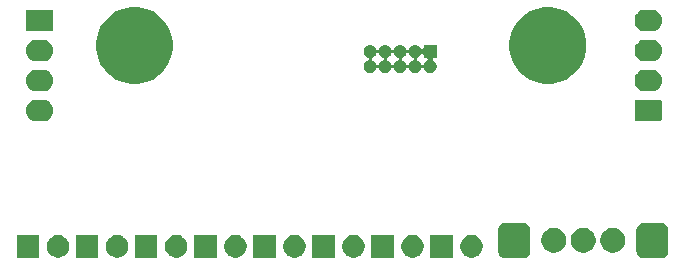
<source format=gbr>
G04 #@! TF.GenerationSoftware,KiCad,Pcbnew,(5.1.5)-3*
G04 #@! TF.CreationDate,2020-03-01T19:25:43+00:00*
G04 #@! TF.ProjectId,pwmfan,70776d66-616e-42e6-9b69-6361645f7063,rev?*
G04 #@! TF.SameCoordinates,Original*
G04 #@! TF.FileFunction,Soldermask,Bot*
G04 #@! TF.FilePolarity,Negative*
%FSLAX46Y46*%
G04 Gerber Fmt 4.6, Leading zero omitted, Abs format (unit mm)*
G04 Created by KiCad (PCBNEW (5.1.5)-3) date 2020-03-01 19:25:43*
%MOMM*%
%LPD*%
G04 APERTURE LIST*
%ADD10C,0.100000*%
G04 APERTURE END LIST*
D10*
G36*
X107207473Y-70011371D02*
G01*
X107322353Y-70046220D01*
X107428228Y-70102811D01*
X107521029Y-70178971D01*
X107597189Y-70271772D01*
X107653780Y-70377647D01*
X107688629Y-70492527D01*
X107701000Y-70618140D01*
X107701000Y-72381860D01*
X107688629Y-72507473D01*
X107653780Y-72622353D01*
X107597189Y-72728228D01*
X107521029Y-72821029D01*
X107428228Y-72897189D01*
X107322353Y-72953780D01*
X107207473Y-72988629D01*
X107081860Y-73001000D01*
X105618140Y-73001000D01*
X105492527Y-72988629D01*
X105377647Y-72953780D01*
X105271772Y-72897189D01*
X105178971Y-72821029D01*
X105102811Y-72728228D01*
X105046220Y-72622353D01*
X105011371Y-72507473D01*
X104999000Y-72381860D01*
X104999000Y-70618140D01*
X105011371Y-70492527D01*
X105046220Y-70377647D01*
X105102811Y-70271772D01*
X105178971Y-70178971D01*
X105271772Y-70102811D01*
X105377647Y-70046220D01*
X105492527Y-70011371D01*
X105618140Y-69999000D01*
X107081860Y-69999000D01*
X107207473Y-70011371D01*
G37*
G36*
X95507473Y-70011371D02*
G01*
X95622353Y-70046220D01*
X95728228Y-70102811D01*
X95821029Y-70178971D01*
X95897189Y-70271772D01*
X95953780Y-70377647D01*
X95988629Y-70492527D01*
X96001000Y-70618140D01*
X96001000Y-72381860D01*
X95988629Y-72507473D01*
X95953780Y-72622353D01*
X95897189Y-72728228D01*
X95821029Y-72821029D01*
X95728228Y-72897189D01*
X95622353Y-72953780D01*
X95507473Y-72988629D01*
X95381860Y-73001000D01*
X93918140Y-73001000D01*
X93792527Y-72988629D01*
X93677647Y-72953780D01*
X93571772Y-72897189D01*
X93478971Y-72821029D01*
X93402811Y-72728228D01*
X93346220Y-72622353D01*
X93311371Y-72507473D01*
X93299000Y-72381860D01*
X93299000Y-70618140D01*
X93311371Y-70492527D01*
X93346220Y-70377647D01*
X93402811Y-70271772D01*
X93478971Y-70178971D01*
X93571772Y-70102811D01*
X93677647Y-70046220D01*
X93792527Y-70011371D01*
X93918140Y-69999000D01*
X95381860Y-69999000D01*
X95507473Y-70011371D01*
G37*
G36*
X64451000Y-72951000D02*
G01*
X62549000Y-72951000D01*
X62549000Y-71049000D01*
X64451000Y-71049000D01*
X64451000Y-72951000D01*
G37*
G36*
X54451000Y-72951000D02*
G01*
X52549000Y-72951000D01*
X52549000Y-71049000D01*
X54451000Y-71049000D01*
X54451000Y-72951000D01*
G37*
G36*
X59451000Y-72951000D02*
G01*
X57549000Y-72951000D01*
X57549000Y-71049000D01*
X59451000Y-71049000D01*
X59451000Y-72951000D01*
G37*
G36*
X76317395Y-71085546D02*
G01*
X76490466Y-71157234D01*
X76544646Y-71193436D01*
X76646227Y-71261310D01*
X76778690Y-71393773D01*
X76831081Y-71472182D01*
X76882766Y-71549534D01*
X76954454Y-71722605D01*
X76991000Y-71906333D01*
X76991000Y-72093667D01*
X76954454Y-72277395D01*
X76882766Y-72450466D01*
X76882765Y-72450467D01*
X76778690Y-72606227D01*
X76646227Y-72738690D01*
X76567818Y-72791081D01*
X76490466Y-72842766D01*
X76317395Y-72914454D01*
X76133667Y-72951000D01*
X75946333Y-72951000D01*
X75762605Y-72914454D01*
X75589534Y-72842766D01*
X75512182Y-72791081D01*
X75433773Y-72738690D01*
X75301310Y-72606227D01*
X75197235Y-72450467D01*
X75197234Y-72450466D01*
X75125546Y-72277395D01*
X75089000Y-72093667D01*
X75089000Y-71906333D01*
X75125546Y-71722605D01*
X75197234Y-71549534D01*
X75248919Y-71472182D01*
X75301310Y-71393773D01*
X75433773Y-71261310D01*
X75535354Y-71193436D01*
X75589534Y-71157234D01*
X75762605Y-71085546D01*
X75946333Y-71049000D01*
X76133667Y-71049000D01*
X76317395Y-71085546D01*
G37*
G36*
X56317395Y-71085546D02*
G01*
X56490466Y-71157234D01*
X56544646Y-71193436D01*
X56646227Y-71261310D01*
X56778690Y-71393773D01*
X56831081Y-71472182D01*
X56882766Y-71549534D01*
X56954454Y-71722605D01*
X56991000Y-71906333D01*
X56991000Y-72093667D01*
X56954454Y-72277395D01*
X56882766Y-72450466D01*
X56882765Y-72450467D01*
X56778690Y-72606227D01*
X56646227Y-72738690D01*
X56567818Y-72791081D01*
X56490466Y-72842766D01*
X56317395Y-72914454D01*
X56133667Y-72951000D01*
X55946333Y-72951000D01*
X55762605Y-72914454D01*
X55589534Y-72842766D01*
X55512182Y-72791081D01*
X55433773Y-72738690D01*
X55301310Y-72606227D01*
X55197235Y-72450467D01*
X55197234Y-72450466D01*
X55125546Y-72277395D01*
X55089000Y-72093667D01*
X55089000Y-71906333D01*
X55125546Y-71722605D01*
X55197234Y-71549534D01*
X55248919Y-71472182D01*
X55301310Y-71393773D01*
X55433773Y-71261310D01*
X55535354Y-71193436D01*
X55589534Y-71157234D01*
X55762605Y-71085546D01*
X55946333Y-71049000D01*
X56133667Y-71049000D01*
X56317395Y-71085546D01*
G37*
G36*
X91317395Y-71085546D02*
G01*
X91490466Y-71157234D01*
X91544646Y-71193436D01*
X91646227Y-71261310D01*
X91778690Y-71393773D01*
X91831081Y-71472182D01*
X91882766Y-71549534D01*
X91954454Y-71722605D01*
X91991000Y-71906333D01*
X91991000Y-72093667D01*
X91954454Y-72277395D01*
X91882766Y-72450466D01*
X91882765Y-72450467D01*
X91778690Y-72606227D01*
X91646227Y-72738690D01*
X91567818Y-72791081D01*
X91490466Y-72842766D01*
X91317395Y-72914454D01*
X91133667Y-72951000D01*
X90946333Y-72951000D01*
X90762605Y-72914454D01*
X90589534Y-72842766D01*
X90512182Y-72791081D01*
X90433773Y-72738690D01*
X90301310Y-72606227D01*
X90197235Y-72450467D01*
X90197234Y-72450466D01*
X90125546Y-72277395D01*
X90089000Y-72093667D01*
X90089000Y-71906333D01*
X90125546Y-71722605D01*
X90197234Y-71549534D01*
X90248919Y-71472182D01*
X90301310Y-71393773D01*
X90433773Y-71261310D01*
X90535354Y-71193436D01*
X90589534Y-71157234D01*
X90762605Y-71085546D01*
X90946333Y-71049000D01*
X91133667Y-71049000D01*
X91317395Y-71085546D01*
G37*
G36*
X89451000Y-72951000D02*
G01*
X87549000Y-72951000D01*
X87549000Y-71049000D01*
X89451000Y-71049000D01*
X89451000Y-72951000D01*
G37*
G36*
X79451000Y-72951000D02*
G01*
X77549000Y-72951000D01*
X77549000Y-71049000D01*
X79451000Y-71049000D01*
X79451000Y-72951000D01*
G37*
G36*
X61317395Y-71085546D02*
G01*
X61490466Y-71157234D01*
X61544646Y-71193436D01*
X61646227Y-71261310D01*
X61778690Y-71393773D01*
X61831081Y-71472182D01*
X61882766Y-71549534D01*
X61954454Y-71722605D01*
X61991000Y-71906333D01*
X61991000Y-72093667D01*
X61954454Y-72277395D01*
X61882766Y-72450466D01*
X61882765Y-72450467D01*
X61778690Y-72606227D01*
X61646227Y-72738690D01*
X61567818Y-72791081D01*
X61490466Y-72842766D01*
X61317395Y-72914454D01*
X61133667Y-72951000D01*
X60946333Y-72951000D01*
X60762605Y-72914454D01*
X60589534Y-72842766D01*
X60512182Y-72791081D01*
X60433773Y-72738690D01*
X60301310Y-72606227D01*
X60197235Y-72450467D01*
X60197234Y-72450466D01*
X60125546Y-72277395D01*
X60089000Y-72093667D01*
X60089000Y-71906333D01*
X60125546Y-71722605D01*
X60197234Y-71549534D01*
X60248919Y-71472182D01*
X60301310Y-71393773D01*
X60433773Y-71261310D01*
X60535354Y-71193436D01*
X60589534Y-71157234D01*
X60762605Y-71085546D01*
X60946333Y-71049000D01*
X61133667Y-71049000D01*
X61317395Y-71085546D01*
G37*
G36*
X81317395Y-71085546D02*
G01*
X81490466Y-71157234D01*
X81544646Y-71193436D01*
X81646227Y-71261310D01*
X81778690Y-71393773D01*
X81831081Y-71472182D01*
X81882766Y-71549534D01*
X81954454Y-71722605D01*
X81991000Y-71906333D01*
X81991000Y-72093667D01*
X81954454Y-72277395D01*
X81882766Y-72450466D01*
X81882765Y-72450467D01*
X81778690Y-72606227D01*
X81646227Y-72738690D01*
X81567818Y-72791081D01*
X81490466Y-72842766D01*
X81317395Y-72914454D01*
X81133667Y-72951000D01*
X80946333Y-72951000D01*
X80762605Y-72914454D01*
X80589534Y-72842766D01*
X80512182Y-72791081D01*
X80433773Y-72738690D01*
X80301310Y-72606227D01*
X80197235Y-72450467D01*
X80197234Y-72450466D01*
X80125546Y-72277395D01*
X80089000Y-72093667D01*
X80089000Y-71906333D01*
X80125546Y-71722605D01*
X80197234Y-71549534D01*
X80248919Y-71472182D01*
X80301310Y-71393773D01*
X80433773Y-71261310D01*
X80535354Y-71193436D01*
X80589534Y-71157234D01*
X80762605Y-71085546D01*
X80946333Y-71049000D01*
X81133667Y-71049000D01*
X81317395Y-71085546D01*
G37*
G36*
X86317395Y-71085546D02*
G01*
X86490466Y-71157234D01*
X86544646Y-71193436D01*
X86646227Y-71261310D01*
X86778690Y-71393773D01*
X86831081Y-71472182D01*
X86882766Y-71549534D01*
X86954454Y-71722605D01*
X86991000Y-71906333D01*
X86991000Y-72093667D01*
X86954454Y-72277395D01*
X86882766Y-72450466D01*
X86882765Y-72450467D01*
X86778690Y-72606227D01*
X86646227Y-72738690D01*
X86567818Y-72791081D01*
X86490466Y-72842766D01*
X86317395Y-72914454D01*
X86133667Y-72951000D01*
X85946333Y-72951000D01*
X85762605Y-72914454D01*
X85589534Y-72842766D01*
X85512182Y-72791081D01*
X85433773Y-72738690D01*
X85301310Y-72606227D01*
X85197235Y-72450467D01*
X85197234Y-72450466D01*
X85125546Y-72277395D01*
X85089000Y-72093667D01*
X85089000Y-71906333D01*
X85125546Y-71722605D01*
X85197234Y-71549534D01*
X85248919Y-71472182D01*
X85301310Y-71393773D01*
X85433773Y-71261310D01*
X85535354Y-71193436D01*
X85589534Y-71157234D01*
X85762605Y-71085546D01*
X85946333Y-71049000D01*
X86133667Y-71049000D01*
X86317395Y-71085546D01*
G37*
G36*
X84451000Y-72951000D02*
G01*
X82549000Y-72951000D01*
X82549000Y-71049000D01*
X84451000Y-71049000D01*
X84451000Y-72951000D01*
G37*
G36*
X74451000Y-72951000D02*
G01*
X72549000Y-72951000D01*
X72549000Y-71049000D01*
X74451000Y-71049000D01*
X74451000Y-72951000D01*
G37*
G36*
X71317395Y-71085546D02*
G01*
X71490466Y-71157234D01*
X71544646Y-71193436D01*
X71646227Y-71261310D01*
X71778690Y-71393773D01*
X71831081Y-71472182D01*
X71882766Y-71549534D01*
X71954454Y-71722605D01*
X71991000Y-71906333D01*
X71991000Y-72093667D01*
X71954454Y-72277395D01*
X71882766Y-72450466D01*
X71882765Y-72450467D01*
X71778690Y-72606227D01*
X71646227Y-72738690D01*
X71567818Y-72791081D01*
X71490466Y-72842766D01*
X71317395Y-72914454D01*
X71133667Y-72951000D01*
X70946333Y-72951000D01*
X70762605Y-72914454D01*
X70589534Y-72842766D01*
X70512182Y-72791081D01*
X70433773Y-72738690D01*
X70301310Y-72606227D01*
X70197235Y-72450467D01*
X70197234Y-72450466D01*
X70125546Y-72277395D01*
X70089000Y-72093667D01*
X70089000Y-71906333D01*
X70125546Y-71722605D01*
X70197234Y-71549534D01*
X70248919Y-71472182D01*
X70301310Y-71393773D01*
X70433773Y-71261310D01*
X70535354Y-71193436D01*
X70589534Y-71157234D01*
X70762605Y-71085546D01*
X70946333Y-71049000D01*
X71133667Y-71049000D01*
X71317395Y-71085546D01*
G37*
G36*
X69451000Y-72951000D02*
G01*
X67549000Y-72951000D01*
X67549000Y-71049000D01*
X69451000Y-71049000D01*
X69451000Y-72951000D01*
G37*
G36*
X66317395Y-71085546D02*
G01*
X66490466Y-71157234D01*
X66544646Y-71193436D01*
X66646227Y-71261310D01*
X66778690Y-71393773D01*
X66831081Y-71472182D01*
X66882766Y-71549534D01*
X66954454Y-71722605D01*
X66991000Y-71906333D01*
X66991000Y-72093667D01*
X66954454Y-72277395D01*
X66882766Y-72450466D01*
X66882765Y-72450467D01*
X66778690Y-72606227D01*
X66646227Y-72738690D01*
X66567818Y-72791081D01*
X66490466Y-72842766D01*
X66317395Y-72914454D01*
X66133667Y-72951000D01*
X65946333Y-72951000D01*
X65762605Y-72914454D01*
X65589534Y-72842766D01*
X65512182Y-72791081D01*
X65433773Y-72738690D01*
X65301310Y-72606227D01*
X65197235Y-72450467D01*
X65197234Y-72450466D01*
X65125546Y-72277395D01*
X65089000Y-72093667D01*
X65089000Y-71906333D01*
X65125546Y-71722605D01*
X65197234Y-71549534D01*
X65248919Y-71472182D01*
X65301310Y-71393773D01*
X65433773Y-71261310D01*
X65535354Y-71193436D01*
X65589534Y-71157234D01*
X65762605Y-71085546D01*
X65946333Y-71049000D01*
X66133667Y-71049000D01*
X66317395Y-71085546D01*
G37*
G36*
X103306564Y-70489389D02*
G01*
X103497833Y-70568615D01*
X103497835Y-70568616D01*
X103669973Y-70683635D01*
X103816365Y-70830027D01*
X103931385Y-71002167D01*
X104010611Y-71193436D01*
X104051000Y-71396484D01*
X104051000Y-71603516D01*
X104010611Y-71806564D01*
X103931385Y-71997833D01*
X103931384Y-71997835D01*
X103816365Y-72169973D01*
X103669973Y-72316365D01*
X103497835Y-72431384D01*
X103497834Y-72431385D01*
X103497833Y-72431385D01*
X103306564Y-72510611D01*
X103103516Y-72551000D01*
X102896484Y-72551000D01*
X102693436Y-72510611D01*
X102502167Y-72431385D01*
X102502166Y-72431385D01*
X102502165Y-72431384D01*
X102330027Y-72316365D01*
X102183635Y-72169973D01*
X102068616Y-71997835D01*
X102068615Y-71997833D01*
X101989389Y-71806564D01*
X101949000Y-71603516D01*
X101949000Y-71396484D01*
X101989389Y-71193436D01*
X102068615Y-71002167D01*
X102183635Y-70830027D01*
X102330027Y-70683635D01*
X102502165Y-70568616D01*
X102502167Y-70568615D01*
X102693436Y-70489389D01*
X102896484Y-70449000D01*
X103103516Y-70449000D01*
X103306564Y-70489389D01*
G37*
G36*
X100806564Y-70489389D02*
G01*
X100997833Y-70568615D01*
X100997835Y-70568616D01*
X101169973Y-70683635D01*
X101316365Y-70830027D01*
X101431385Y-71002167D01*
X101510611Y-71193436D01*
X101551000Y-71396484D01*
X101551000Y-71603516D01*
X101510611Y-71806564D01*
X101431385Y-71997833D01*
X101431384Y-71997835D01*
X101316365Y-72169973D01*
X101169973Y-72316365D01*
X100997835Y-72431384D01*
X100997834Y-72431385D01*
X100997833Y-72431385D01*
X100806564Y-72510611D01*
X100603516Y-72551000D01*
X100396484Y-72551000D01*
X100193436Y-72510611D01*
X100002167Y-72431385D01*
X100002166Y-72431385D01*
X100002165Y-72431384D01*
X99830027Y-72316365D01*
X99683635Y-72169973D01*
X99568616Y-71997835D01*
X99568615Y-71997833D01*
X99489389Y-71806564D01*
X99449000Y-71603516D01*
X99449000Y-71396484D01*
X99489389Y-71193436D01*
X99568615Y-71002167D01*
X99683635Y-70830027D01*
X99830027Y-70683635D01*
X100002165Y-70568616D01*
X100002167Y-70568615D01*
X100193436Y-70489389D01*
X100396484Y-70449000D01*
X100603516Y-70449000D01*
X100806564Y-70489389D01*
G37*
G36*
X98306564Y-70489389D02*
G01*
X98497833Y-70568615D01*
X98497835Y-70568616D01*
X98669973Y-70683635D01*
X98816365Y-70830027D01*
X98931385Y-71002167D01*
X99010611Y-71193436D01*
X99051000Y-71396484D01*
X99051000Y-71603516D01*
X99010611Y-71806564D01*
X98931385Y-71997833D01*
X98931384Y-71997835D01*
X98816365Y-72169973D01*
X98669973Y-72316365D01*
X98497835Y-72431384D01*
X98497834Y-72431385D01*
X98497833Y-72431385D01*
X98306564Y-72510611D01*
X98103516Y-72551000D01*
X97896484Y-72551000D01*
X97693436Y-72510611D01*
X97502167Y-72431385D01*
X97502166Y-72431385D01*
X97502165Y-72431384D01*
X97330027Y-72316365D01*
X97183635Y-72169973D01*
X97068616Y-71997835D01*
X97068615Y-71997833D01*
X96989389Y-71806564D01*
X96949000Y-71603516D01*
X96949000Y-71396484D01*
X96989389Y-71193436D01*
X97068615Y-71002167D01*
X97183635Y-70830027D01*
X97330027Y-70683635D01*
X97502165Y-70568616D01*
X97502167Y-70568615D01*
X97693436Y-70489389D01*
X97896484Y-70449000D01*
X98103516Y-70449000D01*
X98306564Y-70489389D01*
G37*
G36*
X107009561Y-59582966D02*
G01*
X107042383Y-59592923D01*
X107072632Y-59609092D01*
X107099148Y-59630852D01*
X107120908Y-59657368D01*
X107137077Y-59687617D01*
X107147034Y-59720439D01*
X107151000Y-59760713D01*
X107151000Y-61239287D01*
X107147034Y-61279561D01*
X107137077Y-61312383D01*
X107120908Y-61342632D01*
X107099148Y-61369148D01*
X107072632Y-61390908D01*
X107042383Y-61407077D01*
X107009561Y-61417034D01*
X106969287Y-61421000D01*
X105030713Y-61421000D01*
X104990439Y-61417034D01*
X104957617Y-61407077D01*
X104927368Y-61390908D01*
X104900852Y-61369148D01*
X104879092Y-61342632D01*
X104862923Y-61312383D01*
X104852966Y-61279561D01*
X104849000Y-61239287D01*
X104849000Y-59760713D01*
X104852966Y-59720439D01*
X104862923Y-59687617D01*
X104879092Y-59657368D01*
X104900852Y-59630852D01*
X104927368Y-59609092D01*
X104957617Y-59592923D01*
X104990439Y-59582966D01*
X105030713Y-59579000D01*
X106969287Y-59579000D01*
X107009561Y-59582966D01*
G37*
G36*
X54790512Y-59582966D02*
G01*
X54885548Y-59592326D01*
X55059157Y-59644990D01*
X55219156Y-59730511D01*
X55233612Y-59742375D01*
X55359397Y-59845603D01*
X55438729Y-59942271D01*
X55474489Y-59985844D01*
X55560010Y-60145843D01*
X55612674Y-60319452D01*
X55630456Y-60500000D01*
X55612674Y-60680548D01*
X55560010Y-60854157D01*
X55474489Y-61014156D01*
X55438729Y-61057729D01*
X55359397Y-61154397D01*
X55262729Y-61233729D01*
X55219156Y-61269489D01*
X55059157Y-61355010D01*
X54885548Y-61407674D01*
X54801874Y-61415915D01*
X54750245Y-61421000D01*
X54199755Y-61421000D01*
X54148126Y-61415915D01*
X54064452Y-61407674D01*
X53890843Y-61355010D01*
X53730844Y-61269489D01*
X53687271Y-61233729D01*
X53590603Y-61154397D01*
X53511271Y-61057729D01*
X53475511Y-61014156D01*
X53389990Y-60854157D01*
X53337326Y-60680548D01*
X53319544Y-60500000D01*
X53337326Y-60319452D01*
X53389990Y-60145843D01*
X53475511Y-59985844D01*
X53511271Y-59942271D01*
X53590603Y-59845603D01*
X53716388Y-59742375D01*
X53730844Y-59730511D01*
X53890843Y-59644990D01*
X54064452Y-59592326D01*
X54159488Y-59582966D01*
X54199755Y-59579000D01*
X54750245Y-59579000D01*
X54790512Y-59582966D01*
G37*
G36*
X54795345Y-57043442D02*
G01*
X54885548Y-57052326D01*
X55059157Y-57104990D01*
X55219156Y-57190511D01*
X55228270Y-57197991D01*
X55359397Y-57305603D01*
X55438729Y-57402271D01*
X55474489Y-57445844D01*
X55560010Y-57605843D01*
X55612674Y-57779452D01*
X55630456Y-57960000D01*
X55612674Y-58140548D01*
X55560010Y-58314157D01*
X55474489Y-58474156D01*
X55438729Y-58517729D01*
X55359397Y-58614397D01*
X55262729Y-58693729D01*
X55219156Y-58729489D01*
X55059157Y-58815010D01*
X54885548Y-58867674D01*
X54795345Y-58876558D01*
X54750245Y-58881000D01*
X54199755Y-58881000D01*
X54154655Y-58876558D01*
X54064452Y-58867674D01*
X53890843Y-58815010D01*
X53730844Y-58729489D01*
X53687271Y-58693729D01*
X53590603Y-58614397D01*
X53511271Y-58517729D01*
X53475511Y-58474156D01*
X53389990Y-58314157D01*
X53337326Y-58140548D01*
X53319544Y-57960000D01*
X53337326Y-57779452D01*
X53389990Y-57605843D01*
X53475511Y-57445844D01*
X53511271Y-57402271D01*
X53590603Y-57305603D01*
X53721730Y-57197991D01*
X53730844Y-57190511D01*
X53890843Y-57104990D01*
X54064452Y-57052326D01*
X54154655Y-57043442D01*
X54199755Y-57039000D01*
X54750245Y-57039000D01*
X54795345Y-57043442D01*
G37*
G36*
X106320345Y-57043442D02*
G01*
X106410548Y-57052326D01*
X106584157Y-57104990D01*
X106744156Y-57190511D01*
X106753270Y-57197991D01*
X106884397Y-57305603D01*
X106963729Y-57402271D01*
X106999489Y-57445844D01*
X107085010Y-57605843D01*
X107137674Y-57779452D01*
X107155456Y-57960000D01*
X107137674Y-58140548D01*
X107085010Y-58314157D01*
X106999489Y-58474156D01*
X106963729Y-58517729D01*
X106884397Y-58614397D01*
X106787729Y-58693729D01*
X106744156Y-58729489D01*
X106584157Y-58815010D01*
X106410548Y-58867674D01*
X106320345Y-58876558D01*
X106275245Y-58881000D01*
X105724755Y-58881000D01*
X105679655Y-58876558D01*
X105589452Y-58867674D01*
X105415843Y-58815010D01*
X105255844Y-58729489D01*
X105212271Y-58693729D01*
X105115603Y-58614397D01*
X105036271Y-58517729D01*
X105000511Y-58474156D01*
X104914990Y-58314157D01*
X104862326Y-58140548D01*
X104844544Y-57960000D01*
X104862326Y-57779452D01*
X104914990Y-57605843D01*
X105000511Y-57445844D01*
X105036271Y-57402271D01*
X105115603Y-57305603D01*
X105246730Y-57197991D01*
X105255844Y-57190511D01*
X105415843Y-57104990D01*
X105589452Y-57052326D01*
X105679655Y-57043442D01*
X105724755Y-57039000D01*
X106275245Y-57039000D01*
X106320345Y-57043442D01*
G37*
G36*
X98134239Y-51811467D02*
G01*
X98448282Y-51873934D01*
X99039926Y-52119001D01*
X99572392Y-52474784D01*
X100025216Y-52927608D01*
X100380999Y-53460074D01*
X100520572Y-53797034D01*
X100626066Y-54051719D01*
X100751000Y-54679803D01*
X100751000Y-55320197D01*
X100747204Y-55339279D01*
X100626066Y-55948282D01*
X100380999Y-56539926D01*
X100025216Y-57072392D01*
X99572392Y-57525216D01*
X99039926Y-57880999D01*
X98448282Y-58126066D01*
X98134239Y-58188533D01*
X97820197Y-58251000D01*
X97179803Y-58251000D01*
X96865761Y-58188533D01*
X96551718Y-58126066D01*
X95960074Y-57880999D01*
X95427608Y-57525216D01*
X94974784Y-57072392D01*
X94619001Y-56539926D01*
X94373934Y-55948282D01*
X94252796Y-55339279D01*
X94249000Y-55320197D01*
X94249000Y-54679803D01*
X94373934Y-54051719D01*
X94479428Y-53797034D01*
X94619001Y-53460074D01*
X94974784Y-52927608D01*
X95427608Y-52474784D01*
X95960074Y-52119001D01*
X96551718Y-51873934D01*
X96865761Y-51811467D01*
X97179803Y-51749000D01*
X97820197Y-51749000D01*
X98134239Y-51811467D01*
G37*
G36*
X63134239Y-51811467D02*
G01*
X63448282Y-51873934D01*
X64039926Y-52119001D01*
X64572392Y-52474784D01*
X65025216Y-52927608D01*
X65380999Y-53460074D01*
X65520572Y-53797034D01*
X65626066Y-54051719D01*
X65751000Y-54679803D01*
X65751000Y-55320197D01*
X65747204Y-55339279D01*
X65626066Y-55948282D01*
X65380999Y-56539926D01*
X65025216Y-57072392D01*
X64572392Y-57525216D01*
X64039926Y-57880999D01*
X63448282Y-58126066D01*
X63134239Y-58188533D01*
X62820197Y-58251000D01*
X62179803Y-58251000D01*
X61865761Y-58188533D01*
X61551718Y-58126066D01*
X60960074Y-57880999D01*
X60427608Y-57525216D01*
X59974784Y-57072392D01*
X59619001Y-56539926D01*
X59373934Y-55948282D01*
X59252796Y-55339279D01*
X59249000Y-55320197D01*
X59249000Y-54679803D01*
X59373934Y-54051719D01*
X59479428Y-53797034D01*
X59619001Y-53460074D01*
X59974784Y-52927608D01*
X60427608Y-52474784D01*
X60960074Y-52119001D01*
X61551718Y-51873934D01*
X61865761Y-51811467D01*
X62179803Y-51749000D01*
X62820197Y-51749000D01*
X63134239Y-51811467D01*
G37*
G36*
X82620721Y-54970174D02*
G01*
X82720995Y-55011709D01*
X82720996Y-55011710D01*
X82811242Y-55072010D01*
X82887990Y-55148758D01*
X82887991Y-55148760D01*
X82948291Y-55239005D01*
X82979516Y-55314389D01*
X82991067Y-55336000D01*
X83006612Y-55354941D01*
X83025554Y-55370487D01*
X83047165Y-55382038D01*
X83070614Y-55389151D01*
X83095000Y-55391553D01*
X83119386Y-55389151D01*
X83142835Y-55382038D01*
X83164446Y-55370487D01*
X83183387Y-55354942D01*
X83198933Y-55336000D01*
X83210484Y-55314389D01*
X83241709Y-55239005D01*
X83302009Y-55148760D01*
X83302010Y-55148758D01*
X83378758Y-55072010D01*
X83469004Y-55011710D01*
X83469005Y-55011709D01*
X83569279Y-54970174D01*
X83675730Y-54949000D01*
X83784270Y-54949000D01*
X83890721Y-54970174D01*
X83990995Y-55011709D01*
X83990996Y-55011710D01*
X84081242Y-55072010D01*
X84157990Y-55148758D01*
X84157991Y-55148760D01*
X84218291Y-55239005D01*
X84249516Y-55314389D01*
X84261067Y-55336000D01*
X84276612Y-55354941D01*
X84295554Y-55370487D01*
X84317165Y-55382038D01*
X84340614Y-55389151D01*
X84365000Y-55391553D01*
X84389386Y-55389151D01*
X84412835Y-55382038D01*
X84434446Y-55370487D01*
X84453387Y-55354942D01*
X84468933Y-55336000D01*
X84480484Y-55314389D01*
X84511709Y-55239005D01*
X84572009Y-55148760D01*
X84572010Y-55148758D01*
X84648758Y-55072010D01*
X84739004Y-55011710D01*
X84739005Y-55011709D01*
X84839279Y-54970174D01*
X84945730Y-54949000D01*
X85054270Y-54949000D01*
X85160721Y-54970174D01*
X85260995Y-55011709D01*
X85260996Y-55011710D01*
X85351242Y-55072010D01*
X85427990Y-55148758D01*
X85427991Y-55148760D01*
X85488291Y-55239005D01*
X85519516Y-55314389D01*
X85531067Y-55336000D01*
X85546612Y-55354941D01*
X85565554Y-55370487D01*
X85587165Y-55382038D01*
X85610614Y-55389151D01*
X85635000Y-55391553D01*
X85659386Y-55389151D01*
X85682835Y-55382038D01*
X85704446Y-55370487D01*
X85723387Y-55354942D01*
X85738933Y-55336000D01*
X85750484Y-55314389D01*
X85781709Y-55239005D01*
X85842009Y-55148760D01*
X85842010Y-55148758D01*
X85918758Y-55072010D01*
X86009004Y-55011710D01*
X86009005Y-55011709D01*
X86109279Y-54970174D01*
X86215730Y-54949000D01*
X86324270Y-54949000D01*
X86430721Y-54970174D01*
X86530995Y-55011709D01*
X86530996Y-55011710D01*
X86621242Y-55072010D01*
X86697990Y-55148758D01*
X86697991Y-55148760D01*
X86760068Y-55241664D01*
X86775614Y-55260606D01*
X86794556Y-55276151D01*
X86816167Y-55287702D01*
X86839615Y-55294815D01*
X86864002Y-55297217D01*
X86888388Y-55294815D01*
X86911837Y-55287702D01*
X86933447Y-55276151D01*
X86952389Y-55260605D01*
X86967934Y-55241663D01*
X86979485Y-55220052D01*
X86986598Y-55196604D01*
X86989000Y-55172218D01*
X86989000Y-54949000D01*
X88091000Y-54949000D01*
X88091000Y-56051000D01*
X87867782Y-56051000D01*
X87843396Y-56053402D01*
X87819947Y-56060515D01*
X87798336Y-56072066D01*
X87779394Y-56087611D01*
X87763849Y-56106553D01*
X87752298Y-56128164D01*
X87745185Y-56151613D01*
X87742783Y-56175999D01*
X87745185Y-56200385D01*
X87752298Y-56223834D01*
X87763849Y-56245445D01*
X87779394Y-56264387D01*
X87798336Y-56279932D01*
X87859816Y-56321012D01*
X87891242Y-56342010D01*
X87967990Y-56418758D01*
X87967991Y-56418760D01*
X88028291Y-56509005D01*
X88069826Y-56609279D01*
X88091000Y-56715730D01*
X88091000Y-56824270D01*
X88069826Y-56930721D01*
X88028291Y-57030995D01*
X88028290Y-57030996D01*
X87967990Y-57121242D01*
X87891242Y-57197990D01*
X87845812Y-57228345D01*
X87800995Y-57258291D01*
X87700721Y-57299826D01*
X87594270Y-57321000D01*
X87485730Y-57321000D01*
X87379279Y-57299826D01*
X87279005Y-57258291D01*
X87234188Y-57228345D01*
X87188758Y-57197990D01*
X87112010Y-57121242D01*
X87051710Y-57030996D01*
X87051709Y-57030995D01*
X87020484Y-56955611D01*
X87008933Y-56934000D01*
X86993388Y-56915059D01*
X86974446Y-56899513D01*
X86952835Y-56887962D01*
X86929386Y-56880849D01*
X86905000Y-56878447D01*
X86880614Y-56880849D01*
X86857165Y-56887962D01*
X86835554Y-56899513D01*
X86816613Y-56915058D01*
X86801067Y-56934000D01*
X86789516Y-56955611D01*
X86758291Y-57030995D01*
X86758290Y-57030996D01*
X86697990Y-57121242D01*
X86621242Y-57197990D01*
X86575812Y-57228345D01*
X86530995Y-57258291D01*
X86430721Y-57299826D01*
X86324270Y-57321000D01*
X86215730Y-57321000D01*
X86109279Y-57299826D01*
X86009005Y-57258291D01*
X85964188Y-57228345D01*
X85918758Y-57197990D01*
X85842010Y-57121242D01*
X85781710Y-57030996D01*
X85781709Y-57030995D01*
X85750484Y-56955611D01*
X85738933Y-56934000D01*
X85723388Y-56915059D01*
X85704446Y-56899513D01*
X85682835Y-56887962D01*
X85659386Y-56880849D01*
X85635000Y-56878447D01*
X85610614Y-56880849D01*
X85587165Y-56887962D01*
X85565554Y-56899513D01*
X85546613Y-56915058D01*
X85531067Y-56934000D01*
X85519516Y-56955611D01*
X85488291Y-57030995D01*
X85488290Y-57030996D01*
X85427990Y-57121242D01*
X85351242Y-57197990D01*
X85305812Y-57228345D01*
X85260995Y-57258291D01*
X85160721Y-57299826D01*
X85054270Y-57321000D01*
X84945730Y-57321000D01*
X84839279Y-57299826D01*
X84739005Y-57258291D01*
X84694188Y-57228345D01*
X84648758Y-57197990D01*
X84572010Y-57121242D01*
X84511710Y-57030996D01*
X84511709Y-57030995D01*
X84480484Y-56955611D01*
X84468933Y-56934000D01*
X84453388Y-56915059D01*
X84434446Y-56899513D01*
X84412835Y-56887962D01*
X84389386Y-56880849D01*
X84365000Y-56878447D01*
X84340614Y-56880849D01*
X84317165Y-56887962D01*
X84295554Y-56899513D01*
X84276613Y-56915058D01*
X84261067Y-56934000D01*
X84249516Y-56955611D01*
X84218291Y-57030995D01*
X84218290Y-57030996D01*
X84157990Y-57121242D01*
X84081242Y-57197990D01*
X84035812Y-57228345D01*
X83990995Y-57258291D01*
X83890721Y-57299826D01*
X83784270Y-57321000D01*
X83675730Y-57321000D01*
X83569279Y-57299826D01*
X83469005Y-57258291D01*
X83424188Y-57228345D01*
X83378758Y-57197990D01*
X83302010Y-57121242D01*
X83241710Y-57030996D01*
X83241709Y-57030995D01*
X83210484Y-56955611D01*
X83198933Y-56934000D01*
X83183388Y-56915059D01*
X83164446Y-56899513D01*
X83142835Y-56887962D01*
X83119386Y-56880849D01*
X83095000Y-56878447D01*
X83070614Y-56880849D01*
X83047165Y-56887962D01*
X83025554Y-56899513D01*
X83006613Y-56915058D01*
X82991067Y-56934000D01*
X82979516Y-56955611D01*
X82948291Y-57030995D01*
X82948290Y-57030996D01*
X82887990Y-57121242D01*
X82811242Y-57197990D01*
X82765812Y-57228345D01*
X82720995Y-57258291D01*
X82620721Y-57299826D01*
X82514270Y-57321000D01*
X82405730Y-57321000D01*
X82299279Y-57299826D01*
X82199005Y-57258291D01*
X82154188Y-57228345D01*
X82108758Y-57197990D01*
X82032010Y-57121242D01*
X81971710Y-57030996D01*
X81971709Y-57030995D01*
X81930174Y-56930721D01*
X81909000Y-56824270D01*
X81909000Y-56715730D01*
X81930174Y-56609279D01*
X81971709Y-56509005D01*
X82032009Y-56418760D01*
X82032010Y-56418758D01*
X82108758Y-56342010D01*
X82199004Y-56281710D01*
X82199005Y-56281709D01*
X82274389Y-56250484D01*
X82296000Y-56238933D01*
X82314941Y-56223388D01*
X82330487Y-56204446D01*
X82342038Y-56182835D01*
X82349151Y-56159386D01*
X82351553Y-56135000D01*
X82568447Y-56135000D01*
X82570849Y-56159386D01*
X82577962Y-56182835D01*
X82589513Y-56204446D01*
X82605058Y-56223387D01*
X82624000Y-56238933D01*
X82645611Y-56250484D01*
X82720995Y-56281709D01*
X82720996Y-56281710D01*
X82811242Y-56342010D01*
X82887990Y-56418758D01*
X82887991Y-56418760D01*
X82948291Y-56509005D01*
X82979516Y-56584389D01*
X82991067Y-56606000D01*
X83006612Y-56624941D01*
X83025554Y-56640487D01*
X83047165Y-56652038D01*
X83070614Y-56659151D01*
X83095000Y-56661553D01*
X83119386Y-56659151D01*
X83142835Y-56652038D01*
X83164446Y-56640487D01*
X83183387Y-56624942D01*
X83198933Y-56606000D01*
X83210484Y-56584389D01*
X83241709Y-56509005D01*
X83302009Y-56418760D01*
X83302010Y-56418758D01*
X83378758Y-56342010D01*
X83469004Y-56281710D01*
X83469005Y-56281709D01*
X83544389Y-56250484D01*
X83566000Y-56238933D01*
X83584941Y-56223388D01*
X83600487Y-56204446D01*
X83612038Y-56182835D01*
X83619151Y-56159386D01*
X83621553Y-56135000D01*
X83838447Y-56135000D01*
X83840849Y-56159386D01*
X83847962Y-56182835D01*
X83859513Y-56204446D01*
X83875058Y-56223387D01*
X83894000Y-56238933D01*
X83915611Y-56250484D01*
X83990995Y-56281709D01*
X83990996Y-56281710D01*
X84081242Y-56342010D01*
X84157990Y-56418758D01*
X84157991Y-56418760D01*
X84218291Y-56509005D01*
X84249516Y-56584389D01*
X84261067Y-56606000D01*
X84276612Y-56624941D01*
X84295554Y-56640487D01*
X84317165Y-56652038D01*
X84340614Y-56659151D01*
X84365000Y-56661553D01*
X84389386Y-56659151D01*
X84412835Y-56652038D01*
X84434446Y-56640487D01*
X84453387Y-56624942D01*
X84468933Y-56606000D01*
X84480484Y-56584389D01*
X84511709Y-56509005D01*
X84572009Y-56418760D01*
X84572010Y-56418758D01*
X84648758Y-56342010D01*
X84739004Y-56281710D01*
X84739005Y-56281709D01*
X84814389Y-56250484D01*
X84836000Y-56238933D01*
X84854941Y-56223388D01*
X84870487Y-56204446D01*
X84882038Y-56182835D01*
X84889151Y-56159386D01*
X84891553Y-56135000D01*
X85108447Y-56135000D01*
X85110849Y-56159386D01*
X85117962Y-56182835D01*
X85129513Y-56204446D01*
X85145058Y-56223387D01*
X85164000Y-56238933D01*
X85185611Y-56250484D01*
X85260995Y-56281709D01*
X85260996Y-56281710D01*
X85351242Y-56342010D01*
X85427990Y-56418758D01*
X85427991Y-56418760D01*
X85488291Y-56509005D01*
X85519516Y-56584389D01*
X85531067Y-56606000D01*
X85546612Y-56624941D01*
X85565554Y-56640487D01*
X85587165Y-56652038D01*
X85610614Y-56659151D01*
X85635000Y-56661553D01*
X85659386Y-56659151D01*
X85682835Y-56652038D01*
X85704446Y-56640487D01*
X85723387Y-56624942D01*
X85738933Y-56606000D01*
X85750484Y-56584389D01*
X85781709Y-56509005D01*
X85842009Y-56418760D01*
X85842010Y-56418758D01*
X85918758Y-56342010D01*
X86009004Y-56281710D01*
X86009005Y-56281709D01*
X86084389Y-56250484D01*
X86106000Y-56238933D01*
X86124941Y-56223388D01*
X86140487Y-56204446D01*
X86152038Y-56182835D01*
X86159151Y-56159386D01*
X86161553Y-56135000D01*
X86378447Y-56135000D01*
X86380849Y-56159386D01*
X86387962Y-56182835D01*
X86399513Y-56204446D01*
X86415058Y-56223387D01*
X86434000Y-56238933D01*
X86455611Y-56250484D01*
X86530995Y-56281709D01*
X86530996Y-56281710D01*
X86621242Y-56342010D01*
X86697990Y-56418758D01*
X86697991Y-56418760D01*
X86758291Y-56509005D01*
X86789516Y-56584389D01*
X86801067Y-56606000D01*
X86816612Y-56624941D01*
X86835554Y-56640487D01*
X86857165Y-56652038D01*
X86880614Y-56659151D01*
X86905000Y-56661553D01*
X86929386Y-56659151D01*
X86952835Y-56652038D01*
X86974446Y-56640487D01*
X86993387Y-56624942D01*
X87008933Y-56606000D01*
X87020484Y-56584389D01*
X87051709Y-56509005D01*
X87112009Y-56418760D01*
X87112010Y-56418758D01*
X87188758Y-56342010D01*
X87220184Y-56321012D01*
X87281664Y-56279932D01*
X87300606Y-56264386D01*
X87316151Y-56245444D01*
X87327702Y-56223833D01*
X87334815Y-56200385D01*
X87337217Y-56175998D01*
X87334815Y-56151612D01*
X87327702Y-56128163D01*
X87316151Y-56106553D01*
X87300605Y-56087611D01*
X87281663Y-56072066D01*
X87260052Y-56060515D01*
X87236604Y-56053402D01*
X87212218Y-56051000D01*
X86989000Y-56051000D01*
X86989000Y-55827782D01*
X86986598Y-55803396D01*
X86979485Y-55779947D01*
X86967934Y-55758336D01*
X86952389Y-55739394D01*
X86933447Y-55723849D01*
X86911836Y-55712298D01*
X86888387Y-55705185D01*
X86864001Y-55702783D01*
X86839615Y-55705185D01*
X86816166Y-55712298D01*
X86794555Y-55723849D01*
X86775613Y-55739394D01*
X86760068Y-55758336D01*
X86718988Y-55819816D01*
X86697990Y-55851242D01*
X86621242Y-55927990D01*
X86575812Y-55958345D01*
X86530995Y-55988291D01*
X86455611Y-56019516D01*
X86434000Y-56031067D01*
X86415059Y-56046612D01*
X86399513Y-56065554D01*
X86387962Y-56087165D01*
X86380849Y-56110614D01*
X86378447Y-56135000D01*
X86161553Y-56135000D01*
X86159151Y-56110614D01*
X86152038Y-56087165D01*
X86140487Y-56065554D01*
X86124942Y-56046613D01*
X86106000Y-56031067D01*
X86084389Y-56019516D01*
X86009005Y-55988291D01*
X85964188Y-55958345D01*
X85918758Y-55927990D01*
X85842010Y-55851242D01*
X85810041Y-55803396D01*
X85781709Y-55760995D01*
X85750484Y-55685611D01*
X85738933Y-55664000D01*
X85723388Y-55645059D01*
X85704446Y-55629513D01*
X85682835Y-55617962D01*
X85659386Y-55610849D01*
X85635000Y-55608447D01*
X85610614Y-55610849D01*
X85587165Y-55617962D01*
X85565554Y-55629513D01*
X85546613Y-55645058D01*
X85531067Y-55664000D01*
X85519516Y-55685611D01*
X85488291Y-55760995D01*
X85459959Y-55803396D01*
X85427990Y-55851242D01*
X85351242Y-55927990D01*
X85305812Y-55958345D01*
X85260995Y-55988291D01*
X85185611Y-56019516D01*
X85164000Y-56031067D01*
X85145059Y-56046612D01*
X85129513Y-56065554D01*
X85117962Y-56087165D01*
X85110849Y-56110614D01*
X85108447Y-56135000D01*
X84891553Y-56135000D01*
X84889151Y-56110614D01*
X84882038Y-56087165D01*
X84870487Y-56065554D01*
X84854942Y-56046613D01*
X84836000Y-56031067D01*
X84814389Y-56019516D01*
X84739005Y-55988291D01*
X84694188Y-55958345D01*
X84648758Y-55927990D01*
X84572010Y-55851242D01*
X84540041Y-55803396D01*
X84511709Y-55760995D01*
X84480484Y-55685611D01*
X84468933Y-55664000D01*
X84453388Y-55645059D01*
X84434446Y-55629513D01*
X84412835Y-55617962D01*
X84389386Y-55610849D01*
X84365000Y-55608447D01*
X84340614Y-55610849D01*
X84317165Y-55617962D01*
X84295554Y-55629513D01*
X84276613Y-55645058D01*
X84261067Y-55664000D01*
X84249516Y-55685611D01*
X84218291Y-55760995D01*
X84189959Y-55803396D01*
X84157990Y-55851242D01*
X84081242Y-55927990D01*
X84035812Y-55958345D01*
X83990995Y-55988291D01*
X83915611Y-56019516D01*
X83894000Y-56031067D01*
X83875059Y-56046612D01*
X83859513Y-56065554D01*
X83847962Y-56087165D01*
X83840849Y-56110614D01*
X83838447Y-56135000D01*
X83621553Y-56135000D01*
X83619151Y-56110614D01*
X83612038Y-56087165D01*
X83600487Y-56065554D01*
X83584942Y-56046613D01*
X83566000Y-56031067D01*
X83544389Y-56019516D01*
X83469005Y-55988291D01*
X83424188Y-55958345D01*
X83378758Y-55927990D01*
X83302010Y-55851242D01*
X83270041Y-55803396D01*
X83241709Y-55760995D01*
X83210484Y-55685611D01*
X83198933Y-55664000D01*
X83183388Y-55645059D01*
X83164446Y-55629513D01*
X83142835Y-55617962D01*
X83119386Y-55610849D01*
X83095000Y-55608447D01*
X83070614Y-55610849D01*
X83047165Y-55617962D01*
X83025554Y-55629513D01*
X83006613Y-55645058D01*
X82991067Y-55664000D01*
X82979516Y-55685611D01*
X82948291Y-55760995D01*
X82919959Y-55803396D01*
X82887990Y-55851242D01*
X82811242Y-55927990D01*
X82765812Y-55958345D01*
X82720995Y-55988291D01*
X82645611Y-56019516D01*
X82624000Y-56031067D01*
X82605059Y-56046612D01*
X82589513Y-56065554D01*
X82577962Y-56087165D01*
X82570849Y-56110614D01*
X82568447Y-56135000D01*
X82351553Y-56135000D01*
X82349151Y-56110614D01*
X82342038Y-56087165D01*
X82330487Y-56065554D01*
X82314942Y-56046613D01*
X82296000Y-56031067D01*
X82274389Y-56019516D01*
X82199005Y-55988291D01*
X82154188Y-55958345D01*
X82108758Y-55927990D01*
X82032010Y-55851242D01*
X82000041Y-55803396D01*
X81971709Y-55760995D01*
X81930174Y-55660721D01*
X81909000Y-55554270D01*
X81909000Y-55445730D01*
X81930174Y-55339279D01*
X81971709Y-55239005D01*
X82032009Y-55148760D01*
X82032010Y-55148758D01*
X82108758Y-55072010D01*
X82199004Y-55011710D01*
X82199005Y-55011709D01*
X82299279Y-54970174D01*
X82405730Y-54949000D01*
X82514270Y-54949000D01*
X82620721Y-54970174D01*
G37*
G36*
X106320345Y-54503442D02*
G01*
X106410548Y-54512326D01*
X106584157Y-54564990D01*
X106744156Y-54650511D01*
X106779848Y-54679803D01*
X106884397Y-54765603D01*
X106963729Y-54862271D01*
X106999489Y-54905844D01*
X107085010Y-55065843D01*
X107137674Y-55239452D01*
X107155456Y-55420000D01*
X107137674Y-55600548D01*
X107085010Y-55774157D01*
X106999489Y-55934156D01*
X106963729Y-55977729D01*
X106884397Y-56074397D01*
X106790309Y-56151612D01*
X106744156Y-56189489D01*
X106584157Y-56275010D01*
X106410548Y-56327674D01*
X106320345Y-56336558D01*
X106275245Y-56341000D01*
X105724755Y-56341000D01*
X105679655Y-56336558D01*
X105589452Y-56327674D01*
X105415843Y-56275010D01*
X105255844Y-56189489D01*
X105209691Y-56151612D01*
X105115603Y-56074397D01*
X105036271Y-55977729D01*
X105000511Y-55934156D01*
X104914990Y-55774157D01*
X104862326Y-55600548D01*
X104844544Y-55420000D01*
X104862326Y-55239452D01*
X104914990Y-55065843D01*
X105000511Y-54905844D01*
X105036271Y-54862271D01*
X105115603Y-54765603D01*
X105220152Y-54679803D01*
X105255844Y-54650511D01*
X105415843Y-54564990D01*
X105589452Y-54512326D01*
X105679655Y-54503442D01*
X105724755Y-54499000D01*
X106275245Y-54499000D01*
X106320345Y-54503442D01*
G37*
G36*
X54795345Y-54503442D02*
G01*
X54885548Y-54512326D01*
X55059157Y-54564990D01*
X55219156Y-54650511D01*
X55254848Y-54679803D01*
X55359397Y-54765603D01*
X55438729Y-54862271D01*
X55474489Y-54905844D01*
X55560010Y-55065843D01*
X55612674Y-55239452D01*
X55630456Y-55420000D01*
X55612674Y-55600548D01*
X55560010Y-55774157D01*
X55474489Y-55934156D01*
X55438729Y-55977729D01*
X55359397Y-56074397D01*
X55265309Y-56151612D01*
X55219156Y-56189489D01*
X55059157Y-56275010D01*
X54885548Y-56327674D01*
X54795345Y-56336558D01*
X54750245Y-56341000D01*
X54199755Y-56341000D01*
X54154655Y-56336558D01*
X54064452Y-56327674D01*
X53890843Y-56275010D01*
X53730844Y-56189489D01*
X53684691Y-56151612D01*
X53590603Y-56074397D01*
X53511271Y-55977729D01*
X53475511Y-55934156D01*
X53389990Y-55774157D01*
X53337326Y-55600548D01*
X53319544Y-55420000D01*
X53337326Y-55239452D01*
X53389990Y-55065843D01*
X53475511Y-54905844D01*
X53511271Y-54862271D01*
X53590603Y-54765603D01*
X53695152Y-54679803D01*
X53730844Y-54650511D01*
X53890843Y-54564990D01*
X54064452Y-54512326D01*
X54154655Y-54503442D01*
X54199755Y-54499000D01*
X54750245Y-54499000D01*
X54795345Y-54503442D01*
G37*
G36*
X106315512Y-51962966D02*
G01*
X106410548Y-51972326D01*
X106584157Y-52024990D01*
X106744156Y-52110511D01*
X106758612Y-52122375D01*
X106884397Y-52225603D01*
X106963729Y-52322271D01*
X106999489Y-52365844D01*
X107085010Y-52525843D01*
X107137674Y-52699452D01*
X107155456Y-52880000D01*
X107137674Y-53060548D01*
X107085010Y-53234157D01*
X106999489Y-53394156D01*
X106963729Y-53437729D01*
X106884397Y-53534397D01*
X106787729Y-53613729D01*
X106744156Y-53649489D01*
X106584157Y-53735010D01*
X106410548Y-53787674D01*
X106326874Y-53795915D01*
X106275245Y-53801000D01*
X105724755Y-53801000D01*
X105673126Y-53795915D01*
X105589452Y-53787674D01*
X105415843Y-53735010D01*
X105255844Y-53649489D01*
X105212271Y-53613729D01*
X105115603Y-53534397D01*
X105036271Y-53437729D01*
X105000511Y-53394156D01*
X104914990Y-53234157D01*
X104862326Y-53060548D01*
X104844544Y-52880000D01*
X104862326Y-52699452D01*
X104914990Y-52525843D01*
X105000511Y-52365844D01*
X105036271Y-52322271D01*
X105115603Y-52225603D01*
X105241388Y-52122375D01*
X105255844Y-52110511D01*
X105415843Y-52024990D01*
X105589452Y-51972326D01*
X105684488Y-51962966D01*
X105724755Y-51959000D01*
X106275245Y-51959000D01*
X106315512Y-51962966D01*
G37*
G36*
X55484561Y-51962966D02*
G01*
X55517383Y-51972923D01*
X55547632Y-51989092D01*
X55574148Y-52010852D01*
X55595908Y-52037368D01*
X55612077Y-52067617D01*
X55622034Y-52100439D01*
X55626000Y-52140713D01*
X55626000Y-53619287D01*
X55622034Y-53659561D01*
X55612077Y-53692383D01*
X55595908Y-53722632D01*
X55574148Y-53749148D01*
X55547632Y-53770908D01*
X55517383Y-53787077D01*
X55484561Y-53797034D01*
X55444287Y-53801000D01*
X53505713Y-53801000D01*
X53465439Y-53797034D01*
X53432617Y-53787077D01*
X53402368Y-53770908D01*
X53375852Y-53749148D01*
X53354092Y-53722632D01*
X53337923Y-53692383D01*
X53327966Y-53659561D01*
X53324000Y-53619287D01*
X53324000Y-52140713D01*
X53327966Y-52100439D01*
X53337923Y-52067617D01*
X53354092Y-52037368D01*
X53375852Y-52010852D01*
X53402368Y-51989092D01*
X53432617Y-51972923D01*
X53465439Y-51962966D01*
X53505713Y-51959000D01*
X55444287Y-51959000D01*
X55484561Y-51962966D01*
G37*
M02*

</source>
